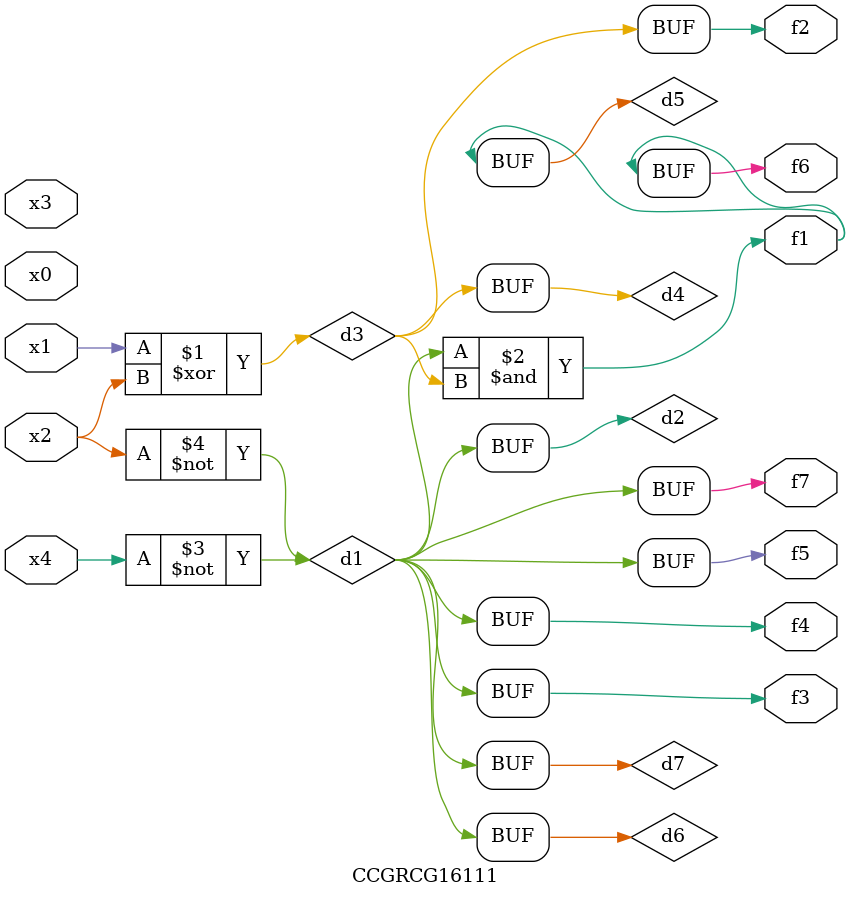
<source format=v>
module CCGRCG16111(
	input x0, x1, x2, x3, x4,
	output f1, f2, f3, f4, f5, f6, f7
);

	wire d1, d2, d3, d4, d5, d6, d7;

	not (d1, x4);
	not (d2, x2);
	xor (d3, x1, x2);
	buf (d4, d3);
	and (d5, d1, d3);
	buf (d6, d1, d2);
	buf (d7, d2);
	assign f1 = d5;
	assign f2 = d4;
	assign f3 = d7;
	assign f4 = d7;
	assign f5 = d7;
	assign f6 = d5;
	assign f7 = d7;
endmodule

</source>
